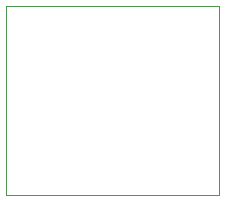
<source format=gbr>
G04 DipTrace 4.1.2.0*
G04 BoardOutline.gbr*
%MOIN*%
G04 #@! TF.FileFunction,Profile*
G04 #@! TF.Part,Single*
%ADD10C,0.004724*%
%FSLAX26Y26*%
G04*
G70*
G90*
G75*
G01*
G04 BoardOutline*
%LPD*%
X1102362Y1023622D2*
D10*
X393701D1*
Y393701D1*
X1102362D1*
Y1023622D1*
M02*

</source>
